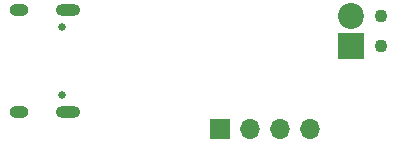
<source format=gbs>
%TF.GenerationSoftware,KiCad,Pcbnew,5.99.0-unknown-3f6811f413~130~ubuntu20.10.1*%
%TF.CreationDate,2021-09-06T20:59:45-07:00*%
%TF.ProjectId,usb_pd,7573625f-7064-42e6-9b69-6361645f7063,rev?*%
%TF.SameCoordinates,Original*%
%TF.FileFunction,Soldermask,Bot*%
%TF.FilePolarity,Negative*%
%FSLAX46Y46*%
G04 Gerber Fmt 4.6, Leading zero omitted, Abs format (unit mm)*
G04 Created by KiCad (PCBNEW 5.99.0-unknown-3f6811f413~130~ubuntu20.10.1) date 2021-09-06 20:59:45*
%MOMM*%
%LPD*%
G01*
G04 APERTURE LIST*
%ADD10R,1.700000X1.700000*%
%ADD11O,1.700000X1.700000*%
%ADD12C,1.100000*%
%ADD13R,2.200000X2.200000*%
%ADD14C,2.200000*%
%ADD15C,0.650000*%
%ADD16O,2.100000X1.000000*%
%ADD17O,1.600000X1.000000*%
G04 APERTURE END LIST*
D10*
%TO.C,J102*%
X98450000Y-124750000D03*
D11*
X100990000Y-124750000D03*
X103530000Y-124750000D03*
X106070000Y-124750000D03*
%TD*%
D12*
%TO.C,J103*%
X112040000Y-117750000D03*
X112040000Y-115210000D03*
D13*
X109500000Y-117750000D03*
D14*
X109500000Y-115210000D03*
%TD*%
D15*
%TO.C,J101*%
X85040000Y-121890000D03*
X85040000Y-116110000D03*
D16*
X85570000Y-123320000D03*
D17*
X81390000Y-123320000D03*
D16*
X85570000Y-114680000D03*
D17*
X81390000Y-114680000D03*
%TD*%
M02*

</source>
